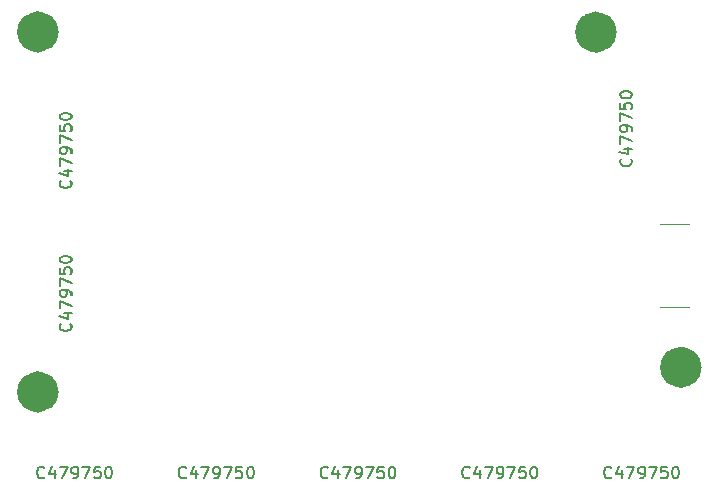
<source format=gbr>
%TF.GenerationSoftware,KiCad,Pcbnew,8.0.5*%
%TF.CreationDate,2024-10-29T12:08:31+01:00*%
%TF.ProjectId,mcu_holder,6d63755f-686f-46c6-9465-722e6b696361,rev?*%
%TF.SameCoordinates,Original*%
%TF.FileFunction,Other,Comment*%
%FSLAX46Y46*%
G04 Gerber Fmt 4.6, Leading zero omitted, Abs format (unit mm)*
G04 Created by KiCad (PCBNEW 8.0.5) date 2024-10-29 12:08:31*
%MOMM*%
%LPD*%
G01*
G04 APERTURE LIST*
%ADD10C,0.150000*%
%ADD11C,1.750000*%
%ADD12C,0.120000*%
G04 APERTURE END LIST*
D10*
X131052380Y-75807580D02*
X131004761Y-75855200D01*
X131004761Y-75855200D02*
X130861904Y-75902819D01*
X130861904Y-75902819D02*
X130766666Y-75902819D01*
X130766666Y-75902819D02*
X130623809Y-75855200D01*
X130623809Y-75855200D02*
X130528571Y-75759961D01*
X130528571Y-75759961D02*
X130480952Y-75664723D01*
X130480952Y-75664723D02*
X130433333Y-75474247D01*
X130433333Y-75474247D02*
X130433333Y-75331390D01*
X130433333Y-75331390D02*
X130480952Y-75140914D01*
X130480952Y-75140914D02*
X130528571Y-75045676D01*
X130528571Y-75045676D02*
X130623809Y-74950438D01*
X130623809Y-74950438D02*
X130766666Y-74902819D01*
X130766666Y-74902819D02*
X130861904Y-74902819D01*
X130861904Y-74902819D02*
X131004761Y-74950438D01*
X131004761Y-74950438D02*
X131052380Y-74998057D01*
X131909523Y-75236152D02*
X131909523Y-75902819D01*
X131671428Y-74855200D02*
X131433333Y-75569485D01*
X131433333Y-75569485D02*
X132052380Y-75569485D01*
X132338095Y-74902819D02*
X133004761Y-74902819D01*
X133004761Y-74902819D02*
X132576190Y-75902819D01*
X133433333Y-75902819D02*
X133623809Y-75902819D01*
X133623809Y-75902819D02*
X133719047Y-75855200D01*
X133719047Y-75855200D02*
X133766666Y-75807580D01*
X133766666Y-75807580D02*
X133861904Y-75664723D01*
X133861904Y-75664723D02*
X133909523Y-75474247D01*
X133909523Y-75474247D02*
X133909523Y-75093295D01*
X133909523Y-75093295D02*
X133861904Y-74998057D01*
X133861904Y-74998057D02*
X133814285Y-74950438D01*
X133814285Y-74950438D02*
X133719047Y-74902819D01*
X133719047Y-74902819D02*
X133528571Y-74902819D01*
X133528571Y-74902819D02*
X133433333Y-74950438D01*
X133433333Y-74950438D02*
X133385714Y-74998057D01*
X133385714Y-74998057D02*
X133338095Y-75093295D01*
X133338095Y-75093295D02*
X133338095Y-75331390D01*
X133338095Y-75331390D02*
X133385714Y-75426628D01*
X133385714Y-75426628D02*
X133433333Y-75474247D01*
X133433333Y-75474247D02*
X133528571Y-75521866D01*
X133528571Y-75521866D02*
X133719047Y-75521866D01*
X133719047Y-75521866D02*
X133814285Y-75474247D01*
X133814285Y-75474247D02*
X133861904Y-75426628D01*
X133861904Y-75426628D02*
X133909523Y-75331390D01*
X134242857Y-74902819D02*
X134909523Y-74902819D01*
X134909523Y-74902819D02*
X134480952Y-75902819D01*
X135766666Y-74902819D02*
X135290476Y-74902819D01*
X135290476Y-74902819D02*
X135242857Y-75379009D01*
X135242857Y-75379009D02*
X135290476Y-75331390D01*
X135290476Y-75331390D02*
X135385714Y-75283771D01*
X135385714Y-75283771D02*
X135623809Y-75283771D01*
X135623809Y-75283771D02*
X135719047Y-75331390D01*
X135719047Y-75331390D02*
X135766666Y-75379009D01*
X135766666Y-75379009D02*
X135814285Y-75474247D01*
X135814285Y-75474247D02*
X135814285Y-75712342D01*
X135814285Y-75712342D02*
X135766666Y-75807580D01*
X135766666Y-75807580D02*
X135719047Y-75855200D01*
X135719047Y-75855200D02*
X135623809Y-75902819D01*
X135623809Y-75902819D02*
X135385714Y-75902819D01*
X135385714Y-75902819D02*
X135290476Y-75855200D01*
X135290476Y-75855200D02*
X135242857Y-75807580D01*
X136433333Y-74902819D02*
X136528571Y-74902819D01*
X136528571Y-74902819D02*
X136623809Y-74950438D01*
X136623809Y-74950438D02*
X136671428Y-74998057D01*
X136671428Y-74998057D02*
X136719047Y-75093295D01*
X136719047Y-75093295D02*
X136766666Y-75283771D01*
X136766666Y-75283771D02*
X136766666Y-75521866D01*
X136766666Y-75521866D02*
X136719047Y-75712342D01*
X136719047Y-75712342D02*
X136671428Y-75807580D01*
X136671428Y-75807580D02*
X136623809Y-75855200D01*
X136623809Y-75855200D02*
X136528571Y-75902819D01*
X136528571Y-75902819D02*
X136433333Y-75902819D01*
X136433333Y-75902819D02*
X136338095Y-75855200D01*
X136338095Y-75855200D02*
X136290476Y-75807580D01*
X136290476Y-75807580D02*
X136242857Y-75712342D01*
X136242857Y-75712342D02*
X136195238Y-75521866D01*
X136195238Y-75521866D02*
X136195238Y-75283771D01*
X136195238Y-75283771D02*
X136242857Y-75093295D01*
X136242857Y-75093295D02*
X136290476Y-74998057D01*
X136290476Y-74998057D02*
X136338095Y-74950438D01*
X136338095Y-74950438D02*
X136433333Y-74902819D01*
X131052380Y-75803580D02*
X131004761Y-75851200D01*
X131004761Y-75851200D02*
X130861904Y-75898819D01*
X130861904Y-75898819D02*
X130766666Y-75898819D01*
X130766666Y-75898819D02*
X130623809Y-75851200D01*
X130623809Y-75851200D02*
X130528571Y-75755961D01*
X130528571Y-75755961D02*
X130480952Y-75660723D01*
X130480952Y-75660723D02*
X130433333Y-75470247D01*
X130433333Y-75470247D02*
X130433333Y-75327390D01*
X130433333Y-75327390D02*
X130480952Y-75136914D01*
X130480952Y-75136914D02*
X130528571Y-75041676D01*
X130528571Y-75041676D02*
X130623809Y-74946438D01*
X130623809Y-74946438D02*
X130766666Y-74898819D01*
X130766666Y-74898819D02*
X130861904Y-74898819D01*
X130861904Y-74898819D02*
X131004761Y-74946438D01*
X131004761Y-74946438D02*
X131052380Y-74994057D01*
X131909523Y-75232152D02*
X131909523Y-75898819D01*
X131671428Y-74851200D02*
X131433333Y-75565485D01*
X131433333Y-75565485D02*
X132052380Y-75565485D01*
X132338095Y-74898819D02*
X133004761Y-74898819D01*
X133004761Y-74898819D02*
X132576190Y-75898819D01*
X133433333Y-75898819D02*
X133623809Y-75898819D01*
X133623809Y-75898819D02*
X133719047Y-75851200D01*
X133719047Y-75851200D02*
X133766666Y-75803580D01*
X133766666Y-75803580D02*
X133861904Y-75660723D01*
X133861904Y-75660723D02*
X133909523Y-75470247D01*
X133909523Y-75470247D02*
X133909523Y-75089295D01*
X133909523Y-75089295D02*
X133861904Y-74994057D01*
X133861904Y-74994057D02*
X133814285Y-74946438D01*
X133814285Y-74946438D02*
X133719047Y-74898819D01*
X133719047Y-74898819D02*
X133528571Y-74898819D01*
X133528571Y-74898819D02*
X133433333Y-74946438D01*
X133433333Y-74946438D02*
X133385714Y-74994057D01*
X133385714Y-74994057D02*
X133338095Y-75089295D01*
X133338095Y-75089295D02*
X133338095Y-75327390D01*
X133338095Y-75327390D02*
X133385714Y-75422628D01*
X133385714Y-75422628D02*
X133433333Y-75470247D01*
X133433333Y-75470247D02*
X133528571Y-75517866D01*
X133528571Y-75517866D02*
X133719047Y-75517866D01*
X133719047Y-75517866D02*
X133814285Y-75470247D01*
X133814285Y-75470247D02*
X133861904Y-75422628D01*
X133861904Y-75422628D02*
X133909523Y-75327390D01*
X134242857Y-74898819D02*
X134909523Y-74898819D01*
X134909523Y-74898819D02*
X134480952Y-75898819D01*
X135766666Y-74898819D02*
X135290476Y-74898819D01*
X135290476Y-74898819D02*
X135242857Y-75375009D01*
X135242857Y-75375009D02*
X135290476Y-75327390D01*
X135290476Y-75327390D02*
X135385714Y-75279771D01*
X135385714Y-75279771D02*
X135623809Y-75279771D01*
X135623809Y-75279771D02*
X135719047Y-75327390D01*
X135719047Y-75327390D02*
X135766666Y-75375009D01*
X135766666Y-75375009D02*
X135814285Y-75470247D01*
X135814285Y-75470247D02*
X135814285Y-75708342D01*
X135814285Y-75708342D02*
X135766666Y-75803580D01*
X135766666Y-75803580D02*
X135719047Y-75851200D01*
X135719047Y-75851200D02*
X135623809Y-75898819D01*
X135623809Y-75898819D02*
X135385714Y-75898819D01*
X135385714Y-75898819D02*
X135290476Y-75851200D01*
X135290476Y-75851200D02*
X135242857Y-75803580D01*
X136433333Y-74898819D02*
X136528571Y-74898819D01*
X136528571Y-74898819D02*
X136623809Y-74946438D01*
X136623809Y-74946438D02*
X136671428Y-74994057D01*
X136671428Y-74994057D02*
X136719047Y-75089295D01*
X136719047Y-75089295D02*
X136766666Y-75279771D01*
X136766666Y-75279771D02*
X136766666Y-75517866D01*
X136766666Y-75517866D02*
X136719047Y-75708342D01*
X136719047Y-75708342D02*
X136671428Y-75803580D01*
X136671428Y-75803580D02*
X136623809Y-75851200D01*
X136623809Y-75851200D02*
X136528571Y-75898819D01*
X136528571Y-75898819D02*
X136433333Y-75898819D01*
X136433333Y-75898819D02*
X136338095Y-75851200D01*
X136338095Y-75851200D02*
X136290476Y-75803580D01*
X136290476Y-75803580D02*
X136242857Y-75708342D01*
X136242857Y-75708342D02*
X136195238Y-75517866D01*
X136195238Y-75517866D02*
X136195238Y-75279771D01*
X136195238Y-75279771D02*
X136242857Y-75089295D01*
X136242857Y-75089295D02*
X136290476Y-74994057D01*
X136290476Y-74994057D02*
X136338095Y-74946438D01*
X136338095Y-74946438D02*
X136433333Y-74898819D01*
X143052380Y-75803580D02*
X143004761Y-75851200D01*
X143004761Y-75851200D02*
X142861904Y-75898819D01*
X142861904Y-75898819D02*
X142766666Y-75898819D01*
X142766666Y-75898819D02*
X142623809Y-75851200D01*
X142623809Y-75851200D02*
X142528571Y-75755961D01*
X142528571Y-75755961D02*
X142480952Y-75660723D01*
X142480952Y-75660723D02*
X142433333Y-75470247D01*
X142433333Y-75470247D02*
X142433333Y-75327390D01*
X142433333Y-75327390D02*
X142480952Y-75136914D01*
X142480952Y-75136914D02*
X142528571Y-75041676D01*
X142528571Y-75041676D02*
X142623809Y-74946438D01*
X142623809Y-74946438D02*
X142766666Y-74898819D01*
X142766666Y-74898819D02*
X142861904Y-74898819D01*
X142861904Y-74898819D02*
X143004761Y-74946438D01*
X143004761Y-74946438D02*
X143052380Y-74994057D01*
X143909523Y-75232152D02*
X143909523Y-75898819D01*
X143671428Y-74851200D02*
X143433333Y-75565485D01*
X143433333Y-75565485D02*
X144052380Y-75565485D01*
X144338095Y-74898819D02*
X145004761Y-74898819D01*
X145004761Y-74898819D02*
X144576190Y-75898819D01*
X145433333Y-75898819D02*
X145623809Y-75898819D01*
X145623809Y-75898819D02*
X145719047Y-75851200D01*
X145719047Y-75851200D02*
X145766666Y-75803580D01*
X145766666Y-75803580D02*
X145861904Y-75660723D01*
X145861904Y-75660723D02*
X145909523Y-75470247D01*
X145909523Y-75470247D02*
X145909523Y-75089295D01*
X145909523Y-75089295D02*
X145861904Y-74994057D01*
X145861904Y-74994057D02*
X145814285Y-74946438D01*
X145814285Y-74946438D02*
X145719047Y-74898819D01*
X145719047Y-74898819D02*
X145528571Y-74898819D01*
X145528571Y-74898819D02*
X145433333Y-74946438D01*
X145433333Y-74946438D02*
X145385714Y-74994057D01*
X145385714Y-74994057D02*
X145338095Y-75089295D01*
X145338095Y-75089295D02*
X145338095Y-75327390D01*
X145338095Y-75327390D02*
X145385714Y-75422628D01*
X145385714Y-75422628D02*
X145433333Y-75470247D01*
X145433333Y-75470247D02*
X145528571Y-75517866D01*
X145528571Y-75517866D02*
X145719047Y-75517866D01*
X145719047Y-75517866D02*
X145814285Y-75470247D01*
X145814285Y-75470247D02*
X145861904Y-75422628D01*
X145861904Y-75422628D02*
X145909523Y-75327390D01*
X146242857Y-74898819D02*
X146909523Y-74898819D01*
X146909523Y-74898819D02*
X146480952Y-75898819D01*
X147766666Y-74898819D02*
X147290476Y-74898819D01*
X147290476Y-74898819D02*
X147242857Y-75375009D01*
X147242857Y-75375009D02*
X147290476Y-75327390D01*
X147290476Y-75327390D02*
X147385714Y-75279771D01*
X147385714Y-75279771D02*
X147623809Y-75279771D01*
X147623809Y-75279771D02*
X147719047Y-75327390D01*
X147719047Y-75327390D02*
X147766666Y-75375009D01*
X147766666Y-75375009D02*
X147814285Y-75470247D01*
X147814285Y-75470247D02*
X147814285Y-75708342D01*
X147814285Y-75708342D02*
X147766666Y-75803580D01*
X147766666Y-75803580D02*
X147719047Y-75851200D01*
X147719047Y-75851200D02*
X147623809Y-75898819D01*
X147623809Y-75898819D02*
X147385714Y-75898819D01*
X147385714Y-75898819D02*
X147290476Y-75851200D01*
X147290476Y-75851200D02*
X147242857Y-75803580D01*
X148433333Y-74898819D02*
X148528571Y-74898819D01*
X148528571Y-74898819D02*
X148623809Y-74946438D01*
X148623809Y-74946438D02*
X148671428Y-74994057D01*
X148671428Y-74994057D02*
X148719047Y-75089295D01*
X148719047Y-75089295D02*
X148766666Y-75279771D01*
X148766666Y-75279771D02*
X148766666Y-75517866D01*
X148766666Y-75517866D02*
X148719047Y-75708342D01*
X148719047Y-75708342D02*
X148671428Y-75803580D01*
X148671428Y-75803580D02*
X148623809Y-75851200D01*
X148623809Y-75851200D02*
X148528571Y-75898819D01*
X148528571Y-75898819D02*
X148433333Y-75898819D01*
X148433333Y-75898819D02*
X148338095Y-75851200D01*
X148338095Y-75851200D02*
X148290476Y-75803580D01*
X148290476Y-75803580D02*
X148242857Y-75708342D01*
X148242857Y-75708342D02*
X148195238Y-75517866D01*
X148195238Y-75517866D02*
X148195238Y-75279771D01*
X148195238Y-75279771D02*
X148242857Y-75089295D01*
X148242857Y-75089295D02*
X148290476Y-74994057D01*
X148290476Y-74994057D02*
X148338095Y-74946438D01*
X148338095Y-74946438D02*
X148433333Y-74898819D01*
X143052380Y-75807580D02*
X143004761Y-75855200D01*
X143004761Y-75855200D02*
X142861904Y-75902819D01*
X142861904Y-75902819D02*
X142766666Y-75902819D01*
X142766666Y-75902819D02*
X142623809Y-75855200D01*
X142623809Y-75855200D02*
X142528571Y-75759961D01*
X142528571Y-75759961D02*
X142480952Y-75664723D01*
X142480952Y-75664723D02*
X142433333Y-75474247D01*
X142433333Y-75474247D02*
X142433333Y-75331390D01*
X142433333Y-75331390D02*
X142480952Y-75140914D01*
X142480952Y-75140914D02*
X142528571Y-75045676D01*
X142528571Y-75045676D02*
X142623809Y-74950438D01*
X142623809Y-74950438D02*
X142766666Y-74902819D01*
X142766666Y-74902819D02*
X142861904Y-74902819D01*
X142861904Y-74902819D02*
X143004761Y-74950438D01*
X143004761Y-74950438D02*
X143052380Y-74998057D01*
X143909523Y-75236152D02*
X143909523Y-75902819D01*
X143671428Y-74855200D02*
X143433333Y-75569485D01*
X143433333Y-75569485D02*
X144052380Y-75569485D01*
X144338095Y-74902819D02*
X145004761Y-74902819D01*
X145004761Y-74902819D02*
X144576190Y-75902819D01*
X145433333Y-75902819D02*
X145623809Y-75902819D01*
X145623809Y-75902819D02*
X145719047Y-75855200D01*
X145719047Y-75855200D02*
X145766666Y-75807580D01*
X145766666Y-75807580D02*
X145861904Y-75664723D01*
X145861904Y-75664723D02*
X145909523Y-75474247D01*
X145909523Y-75474247D02*
X145909523Y-75093295D01*
X145909523Y-75093295D02*
X145861904Y-74998057D01*
X145861904Y-74998057D02*
X145814285Y-74950438D01*
X145814285Y-74950438D02*
X145719047Y-74902819D01*
X145719047Y-74902819D02*
X145528571Y-74902819D01*
X145528571Y-74902819D02*
X145433333Y-74950438D01*
X145433333Y-74950438D02*
X145385714Y-74998057D01*
X145385714Y-74998057D02*
X145338095Y-75093295D01*
X145338095Y-75093295D02*
X145338095Y-75331390D01*
X145338095Y-75331390D02*
X145385714Y-75426628D01*
X145385714Y-75426628D02*
X145433333Y-75474247D01*
X145433333Y-75474247D02*
X145528571Y-75521866D01*
X145528571Y-75521866D02*
X145719047Y-75521866D01*
X145719047Y-75521866D02*
X145814285Y-75474247D01*
X145814285Y-75474247D02*
X145861904Y-75426628D01*
X145861904Y-75426628D02*
X145909523Y-75331390D01*
X146242857Y-74902819D02*
X146909523Y-74902819D01*
X146909523Y-74902819D02*
X146480952Y-75902819D01*
X147766666Y-74902819D02*
X147290476Y-74902819D01*
X147290476Y-74902819D02*
X147242857Y-75379009D01*
X147242857Y-75379009D02*
X147290476Y-75331390D01*
X147290476Y-75331390D02*
X147385714Y-75283771D01*
X147385714Y-75283771D02*
X147623809Y-75283771D01*
X147623809Y-75283771D02*
X147719047Y-75331390D01*
X147719047Y-75331390D02*
X147766666Y-75379009D01*
X147766666Y-75379009D02*
X147814285Y-75474247D01*
X147814285Y-75474247D02*
X147814285Y-75712342D01*
X147814285Y-75712342D02*
X147766666Y-75807580D01*
X147766666Y-75807580D02*
X147719047Y-75855200D01*
X147719047Y-75855200D02*
X147623809Y-75902819D01*
X147623809Y-75902819D02*
X147385714Y-75902819D01*
X147385714Y-75902819D02*
X147290476Y-75855200D01*
X147290476Y-75855200D02*
X147242857Y-75807580D01*
X148433333Y-74902819D02*
X148528571Y-74902819D01*
X148528571Y-74902819D02*
X148623809Y-74950438D01*
X148623809Y-74950438D02*
X148671428Y-74998057D01*
X148671428Y-74998057D02*
X148719047Y-75093295D01*
X148719047Y-75093295D02*
X148766666Y-75283771D01*
X148766666Y-75283771D02*
X148766666Y-75521866D01*
X148766666Y-75521866D02*
X148719047Y-75712342D01*
X148719047Y-75712342D02*
X148671428Y-75807580D01*
X148671428Y-75807580D02*
X148623809Y-75855200D01*
X148623809Y-75855200D02*
X148528571Y-75902819D01*
X148528571Y-75902819D02*
X148433333Y-75902819D01*
X148433333Y-75902819D02*
X148338095Y-75855200D01*
X148338095Y-75855200D02*
X148290476Y-75807580D01*
X148290476Y-75807580D02*
X148242857Y-75712342D01*
X148242857Y-75712342D02*
X148195238Y-75521866D01*
X148195238Y-75521866D02*
X148195238Y-75283771D01*
X148195238Y-75283771D02*
X148242857Y-75093295D01*
X148242857Y-75093295D02*
X148290476Y-74998057D01*
X148290476Y-74998057D02*
X148338095Y-74950438D01*
X148338095Y-74950438D02*
X148433333Y-74902819D01*
X97246580Y-62797619D02*
X97294200Y-62845238D01*
X97294200Y-62845238D02*
X97341819Y-62988095D01*
X97341819Y-62988095D02*
X97341819Y-63083333D01*
X97341819Y-63083333D02*
X97294200Y-63226190D01*
X97294200Y-63226190D02*
X97198961Y-63321428D01*
X97198961Y-63321428D02*
X97103723Y-63369047D01*
X97103723Y-63369047D02*
X96913247Y-63416666D01*
X96913247Y-63416666D02*
X96770390Y-63416666D01*
X96770390Y-63416666D02*
X96579914Y-63369047D01*
X96579914Y-63369047D02*
X96484676Y-63321428D01*
X96484676Y-63321428D02*
X96389438Y-63226190D01*
X96389438Y-63226190D02*
X96341819Y-63083333D01*
X96341819Y-63083333D02*
X96341819Y-62988095D01*
X96341819Y-62988095D02*
X96389438Y-62845238D01*
X96389438Y-62845238D02*
X96437057Y-62797619D01*
X96675152Y-61940476D02*
X97341819Y-61940476D01*
X96294200Y-62178571D02*
X97008485Y-62416666D01*
X97008485Y-62416666D02*
X97008485Y-61797619D01*
X96341819Y-61511904D02*
X96341819Y-60845238D01*
X96341819Y-60845238D02*
X97341819Y-61273809D01*
X97341819Y-60416666D02*
X97341819Y-60226190D01*
X97341819Y-60226190D02*
X97294200Y-60130952D01*
X97294200Y-60130952D02*
X97246580Y-60083333D01*
X97246580Y-60083333D02*
X97103723Y-59988095D01*
X97103723Y-59988095D02*
X96913247Y-59940476D01*
X96913247Y-59940476D02*
X96532295Y-59940476D01*
X96532295Y-59940476D02*
X96437057Y-59988095D01*
X96437057Y-59988095D02*
X96389438Y-60035714D01*
X96389438Y-60035714D02*
X96341819Y-60130952D01*
X96341819Y-60130952D02*
X96341819Y-60321428D01*
X96341819Y-60321428D02*
X96389438Y-60416666D01*
X96389438Y-60416666D02*
X96437057Y-60464285D01*
X96437057Y-60464285D02*
X96532295Y-60511904D01*
X96532295Y-60511904D02*
X96770390Y-60511904D01*
X96770390Y-60511904D02*
X96865628Y-60464285D01*
X96865628Y-60464285D02*
X96913247Y-60416666D01*
X96913247Y-60416666D02*
X96960866Y-60321428D01*
X96960866Y-60321428D02*
X96960866Y-60130952D01*
X96960866Y-60130952D02*
X96913247Y-60035714D01*
X96913247Y-60035714D02*
X96865628Y-59988095D01*
X96865628Y-59988095D02*
X96770390Y-59940476D01*
X96341819Y-59607142D02*
X96341819Y-58940476D01*
X96341819Y-58940476D02*
X97341819Y-59369047D01*
X96341819Y-58083333D02*
X96341819Y-58559523D01*
X96341819Y-58559523D02*
X96818009Y-58607142D01*
X96818009Y-58607142D02*
X96770390Y-58559523D01*
X96770390Y-58559523D02*
X96722771Y-58464285D01*
X96722771Y-58464285D02*
X96722771Y-58226190D01*
X96722771Y-58226190D02*
X96770390Y-58130952D01*
X96770390Y-58130952D02*
X96818009Y-58083333D01*
X96818009Y-58083333D02*
X96913247Y-58035714D01*
X96913247Y-58035714D02*
X97151342Y-58035714D01*
X97151342Y-58035714D02*
X97246580Y-58083333D01*
X97246580Y-58083333D02*
X97294200Y-58130952D01*
X97294200Y-58130952D02*
X97341819Y-58226190D01*
X97341819Y-58226190D02*
X97341819Y-58464285D01*
X97341819Y-58464285D02*
X97294200Y-58559523D01*
X97294200Y-58559523D02*
X97246580Y-58607142D01*
X96341819Y-57416666D02*
X96341819Y-57321428D01*
X96341819Y-57321428D02*
X96389438Y-57226190D01*
X96389438Y-57226190D02*
X96437057Y-57178571D01*
X96437057Y-57178571D02*
X96532295Y-57130952D01*
X96532295Y-57130952D02*
X96722771Y-57083333D01*
X96722771Y-57083333D02*
X96960866Y-57083333D01*
X96960866Y-57083333D02*
X97151342Y-57130952D01*
X97151342Y-57130952D02*
X97246580Y-57178571D01*
X97246580Y-57178571D02*
X97294200Y-57226190D01*
X97294200Y-57226190D02*
X97341819Y-57321428D01*
X97341819Y-57321428D02*
X97341819Y-57416666D01*
X97341819Y-57416666D02*
X97294200Y-57511904D01*
X97294200Y-57511904D02*
X97246580Y-57559523D01*
X97246580Y-57559523D02*
X97151342Y-57607142D01*
X97151342Y-57607142D02*
X96960866Y-57654761D01*
X96960866Y-57654761D02*
X96722771Y-57654761D01*
X96722771Y-57654761D02*
X96532295Y-57607142D01*
X96532295Y-57607142D02*
X96437057Y-57559523D01*
X96437057Y-57559523D02*
X96389438Y-57511904D01*
X96389438Y-57511904D02*
X96341819Y-57416666D01*
X97242580Y-62797619D02*
X97290200Y-62845238D01*
X97290200Y-62845238D02*
X97337819Y-62988095D01*
X97337819Y-62988095D02*
X97337819Y-63083333D01*
X97337819Y-63083333D02*
X97290200Y-63226190D01*
X97290200Y-63226190D02*
X97194961Y-63321428D01*
X97194961Y-63321428D02*
X97099723Y-63369047D01*
X97099723Y-63369047D02*
X96909247Y-63416666D01*
X96909247Y-63416666D02*
X96766390Y-63416666D01*
X96766390Y-63416666D02*
X96575914Y-63369047D01*
X96575914Y-63369047D02*
X96480676Y-63321428D01*
X96480676Y-63321428D02*
X96385438Y-63226190D01*
X96385438Y-63226190D02*
X96337819Y-63083333D01*
X96337819Y-63083333D02*
X96337819Y-62988095D01*
X96337819Y-62988095D02*
X96385438Y-62845238D01*
X96385438Y-62845238D02*
X96433057Y-62797619D01*
X96671152Y-61940476D02*
X97337819Y-61940476D01*
X96290200Y-62178571D02*
X97004485Y-62416666D01*
X97004485Y-62416666D02*
X97004485Y-61797619D01*
X96337819Y-61511904D02*
X96337819Y-60845238D01*
X96337819Y-60845238D02*
X97337819Y-61273809D01*
X97337819Y-60416666D02*
X97337819Y-60226190D01*
X97337819Y-60226190D02*
X97290200Y-60130952D01*
X97290200Y-60130952D02*
X97242580Y-60083333D01*
X97242580Y-60083333D02*
X97099723Y-59988095D01*
X97099723Y-59988095D02*
X96909247Y-59940476D01*
X96909247Y-59940476D02*
X96528295Y-59940476D01*
X96528295Y-59940476D02*
X96433057Y-59988095D01*
X96433057Y-59988095D02*
X96385438Y-60035714D01*
X96385438Y-60035714D02*
X96337819Y-60130952D01*
X96337819Y-60130952D02*
X96337819Y-60321428D01*
X96337819Y-60321428D02*
X96385438Y-60416666D01*
X96385438Y-60416666D02*
X96433057Y-60464285D01*
X96433057Y-60464285D02*
X96528295Y-60511904D01*
X96528295Y-60511904D02*
X96766390Y-60511904D01*
X96766390Y-60511904D02*
X96861628Y-60464285D01*
X96861628Y-60464285D02*
X96909247Y-60416666D01*
X96909247Y-60416666D02*
X96956866Y-60321428D01*
X96956866Y-60321428D02*
X96956866Y-60130952D01*
X96956866Y-60130952D02*
X96909247Y-60035714D01*
X96909247Y-60035714D02*
X96861628Y-59988095D01*
X96861628Y-59988095D02*
X96766390Y-59940476D01*
X96337819Y-59607142D02*
X96337819Y-58940476D01*
X96337819Y-58940476D02*
X97337819Y-59369047D01*
X96337819Y-58083333D02*
X96337819Y-58559523D01*
X96337819Y-58559523D02*
X96814009Y-58607142D01*
X96814009Y-58607142D02*
X96766390Y-58559523D01*
X96766390Y-58559523D02*
X96718771Y-58464285D01*
X96718771Y-58464285D02*
X96718771Y-58226190D01*
X96718771Y-58226190D02*
X96766390Y-58130952D01*
X96766390Y-58130952D02*
X96814009Y-58083333D01*
X96814009Y-58083333D02*
X96909247Y-58035714D01*
X96909247Y-58035714D02*
X97147342Y-58035714D01*
X97147342Y-58035714D02*
X97242580Y-58083333D01*
X97242580Y-58083333D02*
X97290200Y-58130952D01*
X97290200Y-58130952D02*
X97337819Y-58226190D01*
X97337819Y-58226190D02*
X97337819Y-58464285D01*
X97337819Y-58464285D02*
X97290200Y-58559523D01*
X97290200Y-58559523D02*
X97242580Y-58607142D01*
X96337819Y-57416666D02*
X96337819Y-57321428D01*
X96337819Y-57321428D02*
X96385438Y-57226190D01*
X96385438Y-57226190D02*
X96433057Y-57178571D01*
X96433057Y-57178571D02*
X96528295Y-57130952D01*
X96528295Y-57130952D02*
X96718771Y-57083333D01*
X96718771Y-57083333D02*
X96956866Y-57083333D01*
X96956866Y-57083333D02*
X97147342Y-57130952D01*
X97147342Y-57130952D02*
X97242580Y-57178571D01*
X97242580Y-57178571D02*
X97290200Y-57226190D01*
X97290200Y-57226190D02*
X97337819Y-57321428D01*
X97337819Y-57321428D02*
X97337819Y-57416666D01*
X97337819Y-57416666D02*
X97290200Y-57511904D01*
X97290200Y-57511904D02*
X97242580Y-57559523D01*
X97242580Y-57559523D02*
X97147342Y-57607142D01*
X97147342Y-57607142D02*
X96956866Y-57654761D01*
X96956866Y-57654761D02*
X96718771Y-57654761D01*
X96718771Y-57654761D02*
X96528295Y-57607142D01*
X96528295Y-57607142D02*
X96433057Y-57559523D01*
X96433057Y-57559523D02*
X96385438Y-57511904D01*
X96385438Y-57511904D02*
X96337819Y-57416666D01*
X107052380Y-75803580D02*
X107004761Y-75851200D01*
X107004761Y-75851200D02*
X106861904Y-75898819D01*
X106861904Y-75898819D02*
X106766666Y-75898819D01*
X106766666Y-75898819D02*
X106623809Y-75851200D01*
X106623809Y-75851200D02*
X106528571Y-75755961D01*
X106528571Y-75755961D02*
X106480952Y-75660723D01*
X106480952Y-75660723D02*
X106433333Y-75470247D01*
X106433333Y-75470247D02*
X106433333Y-75327390D01*
X106433333Y-75327390D02*
X106480952Y-75136914D01*
X106480952Y-75136914D02*
X106528571Y-75041676D01*
X106528571Y-75041676D02*
X106623809Y-74946438D01*
X106623809Y-74946438D02*
X106766666Y-74898819D01*
X106766666Y-74898819D02*
X106861904Y-74898819D01*
X106861904Y-74898819D02*
X107004761Y-74946438D01*
X107004761Y-74946438D02*
X107052380Y-74994057D01*
X107909523Y-75232152D02*
X107909523Y-75898819D01*
X107671428Y-74851200D02*
X107433333Y-75565485D01*
X107433333Y-75565485D02*
X108052380Y-75565485D01*
X108338095Y-74898819D02*
X109004761Y-74898819D01*
X109004761Y-74898819D02*
X108576190Y-75898819D01*
X109433333Y-75898819D02*
X109623809Y-75898819D01*
X109623809Y-75898819D02*
X109719047Y-75851200D01*
X109719047Y-75851200D02*
X109766666Y-75803580D01*
X109766666Y-75803580D02*
X109861904Y-75660723D01*
X109861904Y-75660723D02*
X109909523Y-75470247D01*
X109909523Y-75470247D02*
X109909523Y-75089295D01*
X109909523Y-75089295D02*
X109861904Y-74994057D01*
X109861904Y-74994057D02*
X109814285Y-74946438D01*
X109814285Y-74946438D02*
X109719047Y-74898819D01*
X109719047Y-74898819D02*
X109528571Y-74898819D01*
X109528571Y-74898819D02*
X109433333Y-74946438D01*
X109433333Y-74946438D02*
X109385714Y-74994057D01*
X109385714Y-74994057D02*
X109338095Y-75089295D01*
X109338095Y-75089295D02*
X109338095Y-75327390D01*
X109338095Y-75327390D02*
X109385714Y-75422628D01*
X109385714Y-75422628D02*
X109433333Y-75470247D01*
X109433333Y-75470247D02*
X109528571Y-75517866D01*
X109528571Y-75517866D02*
X109719047Y-75517866D01*
X109719047Y-75517866D02*
X109814285Y-75470247D01*
X109814285Y-75470247D02*
X109861904Y-75422628D01*
X109861904Y-75422628D02*
X109909523Y-75327390D01*
X110242857Y-74898819D02*
X110909523Y-74898819D01*
X110909523Y-74898819D02*
X110480952Y-75898819D01*
X111766666Y-74898819D02*
X111290476Y-74898819D01*
X111290476Y-74898819D02*
X111242857Y-75375009D01*
X111242857Y-75375009D02*
X111290476Y-75327390D01*
X111290476Y-75327390D02*
X111385714Y-75279771D01*
X111385714Y-75279771D02*
X111623809Y-75279771D01*
X111623809Y-75279771D02*
X111719047Y-75327390D01*
X111719047Y-75327390D02*
X111766666Y-75375009D01*
X111766666Y-75375009D02*
X111814285Y-75470247D01*
X111814285Y-75470247D02*
X111814285Y-75708342D01*
X111814285Y-75708342D02*
X111766666Y-75803580D01*
X111766666Y-75803580D02*
X111719047Y-75851200D01*
X111719047Y-75851200D02*
X111623809Y-75898819D01*
X111623809Y-75898819D02*
X111385714Y-75898819D01*
X111385714Y-75898819D02*
X111290476Y-75851200D01*
X111290476Y-75851200D02*
X111242857Y-75803580D01*
X112433333Y-74898819D02*
X112528571Y-74898819D01*
X112528571Y-74898819D02*
X112623809Y-74946438D01*
X112623809Y-74946438D02*
X112671428Y-74994057D01*
X112671428Y-74994057D02*
X112719047Y-75089295D01*
X112719047Y-75089295D02*
X112766666Y-75279771D01*
X112766666Y-75279771D02*
X112766666Y-75517866D01*
X112766666Y-75517866D02*
X112719047Y-75708342D01*
X112719047Y-75708342D02*
X112671428Y-75803580D01*
X112671428Y-75803580D02*
X112623809Y-75851200D01*
X112623809Y-75851200D02*
X112528571Y-75898819D01*
X112528571Y-75898819D02*
X112433333Y-75898819D01*
X112433333Y-75898819D02*
X112338095Y-75851200D01*
X112338095Y-75851200D02*
X112290476Y-75803580D01*
X112290476Y-75803580D02*
X112242857Y-75708342D01*
X112242857Y-75708342D02*
X112195238Y-75517866D01*
X112195238Y-75517866D02*
X112195238Y-75279771D01*
X112195238Y-75279771D02*
X112242857Y-75089295D01*
X112242857Y-75089295D02*
X112290476Y-74994057D01*
X112290476Y-74994057D02*
X112338095Y-74946438D01*
X112338095Y-74946438D02*
X112433333Y-74898819D01*
X107052380Y-75807580D02*
X107004761Y-75855200D01*
X107004761Y-75855200D02*
X106861904Y-75902819D01*
X106861904Y-75902819D02*
X106766666Y-75902819D01*
X106766666Y-75902819D02*
X106623809Y-75855200D01*
X106623809Y-75855200D02*
X106528571Y-75759961D01*
X106528571Y-75759961D02*
X106480952Y-75664723D01*
X106480952Y-75664723D02*
X106433333Y-75474247D01*
X106433333Y-75474247D02*
X106433333Y-75331390D01*
X106433333Y-75331390D02*
X106480952Y-75140914D01*
X106480952Y-75140914D02*
X106528571Y-75045676D01*
X106528571Y-75045676D02*
X106623809Y-74950438D01*
X106623809Y-74950438D02*
X106766666Y-74902819D01*
X106766666Y-74902819D02*
X106861904Y-74902819D01*
X106861904Y-74902819D02*
X107004761Y-74950438D01*
X107004761Y-74950438D02*
X107052380Y-74998057D01*
X107909523Y-75236152D02*
X107909523Y-75902819D01*
X107671428Y-74855200D02*
X107433333Y-75569485D01*
X107433333Y-75569485D02*
X108052380Y-75569485D01*
X108338095Y-74902819D02*
X109004761Y-74902819D01*
X109004761Y-74902819D02*
X108576190Y-75902819D01*
X109433333Y-75902819D02*
X109623809Y-75902819D01*
X109623809Y-75902819D02*
X109719047Y-75855200D01*
X109719047Y-75855200D02*
X109766666Y-75807580D01*
X109766666Y-75807580D02*
X109861904Y-75664723D01*
X109861904Y-75664723D02*
X109909523Y-75474247D01*
X109909523Y-75474247D02*
X109909523Y-75093295D01*
X109909523Y-75093295D02*
X109861904Y-74998057D01*
X109861904Y-74998057D02*
X109814285Y-74950438D01*
X109814285Y-74950438D02*
X109719047Y-74902819D01*
X109719047Y-74902819D02*
X109528571Y-74902819D01*
X109528571Y-74902819D02*
X109433333Y-74950438D01*
X109433333Y-74950438D02*
X109385714Y-74998057D01*
X109385714Y-74998057D02*
X109338095Y-75093295D01*
X109338095Y-75093295D02*
X109338095Y-75331390D01*
X109338095Y-75331390D02*
X109385714Y-75426628D01*
X109385714Y-75426628D02*
X109433333Y-75474247D01*
X109433333Y-75474247D02*
X109528571Y-75521866D01*
X109528571Y-75521866D02*
X109719047Y-75521866D01*
X109719047Y-75521866D02*
X109814285Y-75474247D01*
X109814285Y-75474247D02*
X109861904Y-75426628D01*
X109861904Y-75426628D02*
X109909523Y-75331390D01*
X110242857Y-74902819D02*
X110909523Y-74902819D01*
X110909523Y-74902819D02*
X110480952Y-75902819D01*
X111766666Y-74902819D02*
X111290476Y-74902819D01*
X111290476Y-74902819D02*
X111242857Y-75379009D01*
X111242857Y-75379009D02*
X111290476Y-75331390D01*
X111290476Y-75331390D02*
X111385714Y-75283771D01*
X111385714Y-75283771D02*
X111623809Y-75283771D01*
X111623809Y-75283771D02*
X111719047Y-75331390D01*
X111719047Y-75331390D02*
X111766666Y-75379009D01*
X111766666Y-75379009D02*
X111814285Y-75474247D01*
X111814285Y-75474247D02*
X111814285Y-75712342D01*
X111814285Y-75712342D02*
X111766666Y-75807580D01*
X111766666Y-75807580D02*
X111719047Y-75855200D01*
X111719047Y-75855200D02*
X111623809Y-75902819D01*
X111623809Y-75902819D02*
X111385714Y-75902819D01*
X111385714Y-75902819D02*
X111290476Y-75855200D01*
X111290476Y-75855200D02*
X111242857Y-75807580D01*
X112433333Y-74902819D02*
X112528571Y-74902819D01*
X112528571Y-74902819D02*
X112623809Y-74950438D01*
X112623809Y-74950438D02*
X112671428Y-74998057D01*
X112671428Y-74998057D02*
X112719047Y-75093295D01*
X112719047Y-75093295D02*
X112766666Y-75283771D01*
X112766666Y-75283771D02*
X112766666Y-75521866D01*
X112766666Y-75521866D02*
X112719047Y-75712342D01*
X112719047Y-75712342D02*
X112671428Y-75807580D01*
X112671428Y-75807580D02*
X112623809Y-75855200D01*
X112623809Y-75855200D02*
X112528571Y-75902819D01*
X112528571Y-75902819D02*
X112433333Y-75902819D01*
X112433333Y-75902819D02*
X112338095Y-75855200D01*
X112338095Y-75855200D02*
X112290476Y-75807580D01*
X112290476Y-75807580D02*
X112242857Y-75712342D01*
X112242857Y-75712342D02*
X112195238Y-75521866D01*
X112195238Y-75521866D02*
X112195238Y-75283771D01*
X112195238Y-75283771D02*
X112242857Y-75093295D01*
X112242857Y-75093295D02*
X112290476Y-74998057D01*
X112290476Y-74998057D02*
X112338095Y-74950438D01*
X112338095Y-74950438D02*
X112433333Y-74902819D01*
X144687580Y-48847619D02*
X144735200Y-48895238D01*
X144735200Y-48895238D02*
X144782819Y-49038095D01*
X144782819Y-49038095D02*
X144782819Y-49133333D01*
X144782819Y-49133333D02*
X144735200Y-49276190D01*
X144735200Y-49276190D02*
X144639961Y-49371428D01*
X144639961Y-49371428D02*
X144544723Y-49419047D01*
X144544723Y-49419047D02*
X144354247Y-49466666D01*
X144354247Y-49466666D02*
X144211390Y-49466666D01*
X144211390Y-49466666D02*
X144020914Y-49419047D01*
X144020914Y-49419047D02*
X143925676Y-49371428D01*
X143925676Y-49371428D02*
X143830438Y-49276190D01*
X143830438Y-49276190D02*
X143782819Y-49133333D01*
X143782819Y-49133333D02*
X143782819Y-49038095D01*
X143782819Y-49038095D02*
X143830438Y-48895238D01*
X143830438Y-48895238D02*
X143878057Y-48847619D01*
X144116152Y-47990476D02*
X144782819Y-47990476D01*
X143735200Y-48228571D02*
X144449485Y-48466666D01*
X144449485Y-48466666D02*
X144449485Y-47847619D01*
X143782819Y-47561904D02*
X143782819Y-46895238D01*
X143782819Y-46895238D02*
X144782819Y-47323809D01*
X144782819Y-46466666D02*
X144782819Y-46276190D01*
X144782819Y-46276190D02*
X144735200Y-46180952D01*
X144735200Y-46180952D02*
X144687580Y-46133333D01*
X144687580Y-46133333D02*
X144544723Y-46038095D01*
X144544723Y-46038095D02*
X144354247Y-45990476D01*
X144354247Y-45990476D02*
X143973295Y-45990476D01*
X143973295Y-45990476D02*
X143878057Y-46038095D01*
X143878057Y-46038095D02*
X143830438Y-46085714D01*
X143830438Y-46085714D02*
X143782819Y-46180952D01*
X143782819Y-46180952D02*
X143782819Y-46371428D01*
X143782819Y-46371428D02*
X143830438Y-46466666D01*
X143830438Y-46466666D02*
X143878057Y-46514285D01*
X143878057Y-46514285D02*
X143973295Y-46561904D01*
X143973295Y-46561904D02*
X144211390Y-46561904D01*
X144211390Y-46561904D02*
X144306628Y-46514285D01*
X144306628Y-46514285D02*
X144354247Y-46466666D01*
X144354247Y-46466666D02*
X144401866Y-46371428D01*
X144401866Y-46371428D02*
X144401866Y-46180952D01*
X144401866Y-46180952D02*
X144354247Y-46085714D01*
X144354247Y-46085714D02*
X144306628Y-46038095D01*
X144306628Y-46038095D02*
X144211390Y-45990476D01*
X143782819Y-45657142D02*
X143782819Y-44990476D01*
X143782819Y-44990476D02*
X144782819Y-45419047D01*
X143782819Y-44133333D02*
X143782819Y-44609523D01*
X143782819Y-44609523D02*
X144259009Y-44657142D01*
X144259009Y-44657142D02*
X144211390Y-44609523D01*
X144211390Y-44609523D02*
X144163771Y-44514285D01*
X144163771Y-44514285D02*
X144163771Y-44276190D01*
X144163771Y-44276190D02*
X144211390Y-44180952D01*
X144211390Y-44180952D02*
X144259009Y-44133333D01*
X144259009Y-44133333D02*
X144354247Y-44085714D01*
X144354247Y-44085714D02*
X144592342Y-44085714D01*
X144592342Y-44085714D02*
X144687580Y-44133333D01*
X144687580Y-44133333D02*
X144735200Y-44180952D01*
X144735200Y-44180952D02*
X144782819Y-44276190D01*
X144782819Y-44276190D02*
X144782819Y-44514285D01*
X144782819Y-44514285D02*
X144735200Y-44609523D01*
X144735200Y-44609523D02*
X144687580Y-44657142D01*
X143782819Y-43466666D02*
X143782819Y-43371428D01*
X143782819Y-43371428D02*
X143830438Y-43276190D01*
X143830438Y-43276190D02*
X143878057Y-43228571D01*
X143878057Y-43228571D02*
X143973295Y-43180952D01*
X143973295Y-43180952D02*
X144163771Y-43133333D01*
X144163771Y-43133333D02*
X144401866Y-43133333D01*
X144401866Y-43133333D02*
X144592342Y-43180952D01*
X144592342Y-43180952D02*
X144687580Y-43228571D01*
X144687580Y-43228571D02*
X144735200Y-43276190D01*
X144735200Y-43276190D02*
X144782819Y-43371428D01*
X144782819Y-43371428D02*
X144782819Y-43466666D01*
X144782819Y-43466666D02*
X144735200Y-43561904D01*
X144735200Y-43561904D02*
X144687580Y-43609523D01*
X144687580Y-43609523D02*
X144592342Y-43657142D01*
X144592342Y-43657142D02*
X144401866Y-43704761D01*
X144401866Y-43704761D02*
X144163771Y-43704761D01*
X144163771Y-43704761D02*
X143973295Y-43657142D01*
X143973295Y-43657142D02*
X143878057Y-43609523D01*
X143878057Y-43609523D02*
X143830438Y-43561904D01*
X143830438Y-43561904D02*
X143782819Y-43466666D01*
X144683580Y-48847619D02*
X144731200Y-48895238D01*
X144731200Y-48895238D02*
X144778819Y-49038095D01*
X144778819Y-49038095D02*
X144778819Y-49133333D01*
X144778819Y-49133333D02*
X144731200Y-49276190D01*
X144731200Y-49276190D02*
X144635961Y-49371428D01*
X144635961Y-49371428D02*
X144540723Y-49419047D01*
X144540723Y-49419047D02*
X144350247Y-49466666D01*
X144350247Y-49466666D02*
X144207390Y-49466666D01*
X144207390Y-49466666D02*
X144016914Y-49419047D01*
X144016914Y-49419047D02*
X143921676Y-49371428D01*
X143921676Y-49371428D02*
X143826438Y-49276190D01*
X143826438Y-49276190D02*
X143778819Y-49133333D01*
X143778819Y-49133333D02*
X143778819Y-49038095D01*
X143778819Y-49038095D02*
X143826438Y-48895238D01*
X143826438Y-48895238D02*
X143874057Y-48847619D01*
X144112152Y-47990476D02*
X144778819Y-47990476D01*
X143731200Y-48228571D02*
X144445485Y-48466666D01*
X144445485Y-48466666D02*
X144445485Y-47847619D01*
X143778819Y-47561904D02*
X143778819Y-46895238D01*
X143778819Y-46895238D02*
X144778819Y-47323809D01*
X144778819Y-46466666D02*
X144778819Y-46276190D01*
X144778819Y-46276190D02*
X144731200Y-46180952D01*
X144731200Y-46180952D02*
X144683580Y-46133333D01*
X144683580Y-46133333D02*
X144540723Y-46038095D01*
X144540723Y-46038095D02*
X144350247Y-45990476D01*
X144350247Y-45990476D02*
X143969295Y-45990476D01*
X143969295Y-45990476D02*
X143874057Y-46038095D01*
X143874057Y-46038095D02*
X143826438Y-46085714D01*
X143826438Y-46085714D02*
X143778819Y-46180952D01*
X143778819Y-46180952D02*
X143778819Y-46371428D01*
X143778819Y-46371428D02*
X143826438Y-46466666D01*
X143826438Y-46466666D02*
X143874057Y-46514285D01*
X143874057Y-46514285D02*
X143969295Y-46561904D01*
X143969295Y-46561904D02*
X144207390Y-46561904D01*
X144207390Y-46561904D02*
X144302628Y-46514285D01*
X144302628Y-46514285D02*
X144350247Y-46466666D01*
X144350247Y-46466666D02*
X144397866Y-46371428D01*
X144397866Y-46371428D02*
X144397866Y-46180952D01*
X144397866Y-46180952D02*
X144350247Y-46085714D01*
X144350247Y-46085714D02*
X144302628Y-46038095D01*
X144302628Y-46038095D02*
X144207390Y-45990476D01*
X143778819Y-45657142D02*
X143778819Y-44990476D01*
X143778819Y-44990476D02*
X144778819Y-45419047D01*
X143778819Y-44133333D02*
X143778819Y-44609523D01*
X143778819Y-44609523D02*
X144255009Y-44657142D01*
X144255009Y-44657142D02*
X144207390Y-44609523D01*
X144207390Y-44609523D02*
X144159771Y-44514285D01*
X144159771Y-44514285D02*
X144159771Y-44276190D01*
X144159771Y-44276190D02*
X144207390Y-44180952D01*
X144207390Y-44180952D02*
X144255009Y-44133333D01*
X144255009Y-44133333D02*
X144350247Y-44085714D01*
X144350247Y-44085714D02*
X144588342Y-44085714D01*
X144588342Y-44085714D02*
X144683580Y-44133333D01*
X144683580Y-44133333D02*
X144731200Y-44180952D01*
X144731200Y-44180952D02*
X144778819Y-44276190D01*
X144778819Y-44276190D02*
X144778819Y-44514285D01*
X144778819Y-44514285D02*
X144731200Y-44609523D01*
X144731200Y-44609523D02*
X144683580Y-44657142D01*
X143778819Y-43466666D02*
X143778819Y-43371428D01*
X143778819Y-43371428D02*
X143826438Y-43276190D01*
X143826438Y-43276190D02*
X143874057Y-43228571D01*
X143874057Y-43228571D02*
X143969295Y-43180952D01*
X143969295Y-43180952D02*
X144159771Y-43133333D01*
X144159771Y-43133333D02*
X144397866Y-43133333D01*
X144397866Y-43133333D02*
X144588342Y-43180952D01*
X144588342Y-43180952D02*
X144683580Y-43228571D01*
X144683580Y-43228571D02*
X144731200Y-43276190D01*
X144731200Y-43276190D02*
X144778819Y-43371428D01*
X144778819Y-43371428D02*
X144778819Y-43466666D01*
X144778819Y-43466666D02*
X144731200Y-43561904D01*
X144731200Y-43561904D02*
X144683580Y-43609523D01*
X144683580Y-43609523D02*
X144588342Y-43657142D01*
X144588342Y-43657142D02*
X144397866Y-43704761D01*
X144397866Y-43704761D02*
X144159771Y-43704761D01*
X144159771Y-43704761D02*
X143969295Y-43657142D01*
X143969295Y-43657142D02*
X143874057Y-43609523D01*
X143874057Y-43609523D02*
X143826438Y-43561904D01*
X143826438Y-43561904D02*
X143778819Y-43466666D01*
X97246580Y-50697619D02*
X97294200Y-50745238D01*
X97294200Y-50745238D02*
X97341819Y-50888095D01*
X97341819Y-50888095D02*
X97341819Y-50983333D01*
X97341819Y-50983333D02*
X97294200Y-51126190D01*
X97294200Y-51126190D02*
X97198961Y-51221428D01*
X97198961Y-51221428D02*
X97103723Y-51269047D01*
X97103723Y-51269047D02*
X96913247Y-51316666D01*
X96913247Y-51316666D02*
X96770390Y-51316666D01*
X96770390Y-51316666D02*
X96579914Y-51269047D01*
X96579914Y-51269047D02*
X96484676Y-51221428D01*
X96484676Y-51221428D02*
X96389438Y-51126190D01*
X96389438Y-51126190D02*
X96341819Y-50983333D01*
X96341819Y-50983333D02*
X96341819Y-50888095D01*
X96341819Y-50888095D02*
X96389438Y-50745238D01*
X96389438Y-50745238D02*
X96437057Y-50697619D01*
X96675152Y-49840476D02*
X97341819Y-49840476D01*
X96294200Y-50078571D02*
X97008485Y-50316666D01*
X97008485Y-50316666D02*
X97008485Y-49697619D01*
X96341819Y-49411904D02*
X96341819Y-48745238D01*
X96341819Y-48745238D02*
X97341819Y-49173809D01*
X97341819Y-48316666D02*
X97341819Y-48126190D01*
X97341819Y-48126190D02*
X97294200Y-48030952D01*
X97294200Y-48030952D02*
X97246580Y-47983333D01*
X97246580Y-47983333D02*
X97103723Y-47888095D01*
X97103723Y-47888095D02*
X96913247Y-47840476D01*
X96913247Y-47840476D02*
X96532295Y-47840476D01*
X96532295Y-47840476D02*
X96437057Y-47888095D01*
X96437057Y-47888095D02*
X96389438Y-47935714D01*
X96389438Y-47935714D02*
X96341819Y-48030952D01*
X96341819Y-48030952D02*
X96341819Y-48221428D01*
X96341819Y-48221428D02*
X96389438Y-48316666D01*
X96389438Y-48316666D02*
X96437057Y-48364285D01*
X96437057Y-48364285D02*
X96532295Y-48411904D01*
X96532295Y-48411904D02*
X96770390Y-48411904D01*
X96770390Y-48411904D02*
X96865628Y-48364285D01*
X96865628Y-48364285D02*
X96913247Y-48316666D01*
X96913247Y-48316666D02*
X96960866Y-48221428D01*
X96960866Y-48221428D02*
X96960866Y-48030952D01*
X96960866Y-48030952D02*
X96913247Y-47935714D01*
X96913247Y-47935714D02*
X96865628Y-47888095D01*
X96865628Y-47888095D02*
X96770390Y-47840476D01*
X96341819Y-47507142D02*
X96341819Y-46840476D01*
X96341819Y-46840476D02*
X97341819Y-47269047D01*
X96341819Y-45983333D02*
X96341819Y-46459523D01*
X96341819Y-46459523D02*
X96818009Y-46507142D01*
X96818009Y-46507142D02*
X96770390Y-46459523D01*
X96770390Y-46459523D02*
X96722771Y-46364285D01*
X96722771Y-46364285D02*
X96722771Y-46126190D01*
X96722771Y-46126190D02*
X96770390Y-46030952D01*
X96770390Y-46030952D02*
X96818009Y-45983333D01*
X96818009Y-45983333D02*
X96913247Y-45935714D01*
X96913247Y-45935714D02*
X97151342Y-45935714D01*
X97151342Y-45935714D02*
X97246580Y-45983333D01*
X97246580Y-45983333D02*
X97294200Y-46030952D01*
X97294200Y-46030952D02*
X97341819Y-46126190D01*
X97341819Y-46126190D02*
X97341819Y-46364285D01*
X97341819Y-46364285D02*
X97294200Y-46459523D01*
X97294200Y-46459523D02*
X97246580Y-46507142D01*
X96341819Y-45316666D02*
X96341819Y-45221428D01*
X96341819Y-45221428D02*
X96389438Y-45126190D01*
X96389438Y-45126190D02*
X96437057Y-45078571D01*
X96437057Y-45078571D02*
X96532295Y-45030952D01*
X96532295Y-45030952D02*
X96722771Y-44983333D01*
X96722771Y-44983333D02*
X96960866Y-44983333D01*
X96960866Y-44983333D02*
X97151342Y-45030952D01*
X97151342Y-45030952D02*
X97246580Y-45078571D01*
X97246580Y-45078571D02*
X97294200Y-45126190D01*
X97294200Y-45126190D02*
X97341819Y-45221428D01*
X97341819Y-45221428D02*
X97341819Y-45316666D01*
X97341819Y-45316666D02*
X97294200Y-45411904D01*
X97294200Y-45411904D02*
X97246580Y-45459523D01*
X97246580Y-45459523D02*
X97151342Y-45507142D01*
X97151342Y-45507142D02*
X96960866Y-45554761D01*
X96960866Y-45554761D02*
X96722771Y-45554761D01*
X96722771Y-45554761D02*
X96532295Y-45507142D01*
X96532295Y-45507142D02*
X96437057Y-45459523D01*
X96437057Y-45459523D02*
X96389438Y-45411904D01*
X96389438Y-45411904D02*
X96341819Y-45316666D01*
X97242580Y-50697619D02*
X97290200Y-50745238D01*
X97290200Y-50745238D02*
X97337819Y-50888095D01*
X97337819Y-50888095D02*
X97337819Y-50983333D01*
X97337819Y-50983333D02*
X97290200Y-51126190D01*
X97290200Y-51126190D02*
X97194961Y-51221428D01*
X97194961Y-51221428D02*
X97099723Y-51269047D01*
X97099723Y-51269047D02*
X96909247Y-51316666D01*
X96909247Y-51316666D02*
X96766390Y-51316666D01*
X96766390Y-51316666D02*
X96575914Y-51269047D01*
X96575914Y-51269047D02*
X96480676Y-51221428D01*
X96480676Y-51221428D02*
X96385438Y-51126190D01*
X96385438Y-51126190D02*
X96337819Y-50983333D01*
X96337819Y-50983333D02*
X96337819Y-50888095D01*
X96337819Y-50888095D02*
X96385438Y-50745238D01*
X96385438Y-50745238D02*
X96433057Y-50697619D01*
X96671152Y-49840476D02*
X97337819Y-49840476D01*
X96290200Y-50078571D02*
X97004485Y-50316666D01*
X97004485Y-50316666D02*
X97004485Y-49697619D01*
X96337819Y-49411904D02*
X96337819Y-48745238D01*
X96337819Y-48745238D02*
X97337819Y-49173809D01*
X97337819Y-48316666D02*
X97337819Y-48126190D01*
X97337819Y-48126190D02*
X97290200Y-48030952D01*
X97290200Y-48030952D02*
X97242580Y-47983333D01*
X97242580Y-47983333D02*
X97099723Y-47888095D01*
X97099723Y-47888095D02*
X96909247Y-47840476D01*
X96909247Y-47840476D02*
X96528295Y-47840476D01*
X96528295Y-47840476D02*
X96433057Y-47888095D01*
X96433057Y-47888095D02*
X96385438Y-47935714D01*
X96385438Y-47935714D02*
X96337819Y-48030952D01*
X96337819Y-48030952D02*
X96337819Y-48221428D01*
X96337819Y-48221428D02*
X96385438Y-48316666D01*
X96385438Y-48316666D02*
X96433057Y-48364285D01*
X96433057Y-48364285D02*
X96528295Y-48411904D01*
X96528295Y-48411904D02*
X96766390Y-48411904D01*
X96766390Y-48411904D02*
X96861628Y-48364285D01*
X96861628Y-48364285D02*
X96909247Y-48316666D01*
X96909247Y-48316666D02*
X96956866Y-48221428D01*
X96956866Y-48221428D02*
X96956866Y-48030952D01*
X96956866Y-48030952D02*
X96909247Y-47935714D01*
X96909247Y-47935714D02*
X96861628Y-47888095D01*
X96861628Y-47888095D02*
X96766390Y-47840476D01*
X96337819Y-47507142D02*
X96337819Y-46840476D01*
X96337819Y-46840476D02*
X97337819Y-47269047D01*
X96337819Y-45983333D02*
X96337819Y-46459523D01*
X96337819Y-46459523D02*
X96814009Y-46507142D01*
X96814009Y-46507142D02*
X96766390Y-46459523D01*
X96766390Y-46459523D02*
X96718771Y-46364285D01*
X96718771Y-46364285D02*
X96718771Y-46126190D01*
X96718771Y-46126190D02*
X96766390Y-46030952D01*
X96766390Y-46030952D02*
X96814009Y-45983333D01*
X96814009Y-45983333D02*
X96909247Y-45935714D01*
X96909247Y-45935714D02*
X97147342Y-45935714D01*
X97147342Y-45935714D02*
X97242580Y-45983333D01*
X97242580Y-45983333D02*
X97290200Y-46030952D01*
X97290200Y-46030952D02*
X97337819Y-46126190D01*
X97337819Y-46126190D02*
X97337819Y-46364285D01*
X97337819Y-46364285D02*
X97290200Y-46459523D01*
X97290200Y-46459523D02*
X97242580Y-46507142D01*
X96337819Y-45316666D02*
X96337819Y-45221428D01*
X96337819Y-45221428D02*
X96385438Y-45126190D01*
X96385438Y-45126190D02*
X96433057Y-45078571D01*
X96433057Y-45078571D02*
X96528295Y-45030952D01*
X96528295Y-45030952D02*
X96718771Y-44983333D01*
X96718771Y-44983333D02*
X96956866Y-44983333D01*
X96956866Y-44983333D02*
X97147342Y-45030952D01*
X97147342Y-45030952D02*
X97242580Y-45078571D01*
X97242580Y-45078571D02*
X97290200Y-45126190D01*
X97290200Y-45126190D02*
X97337819Y-45221428D01*
X97337819Y-45221428D02*
X97337819Y-45316666D01*
X97337819Y-45316666D02*
X97290200Y-45411904D01*
X97290200Y-45411904D02*
X97242580Y-45459523D01*
X97242580Y-45459523D02*
X97147342Y-45507142D01*
X97147342Y-45507142D02*
X96956866Y-45554761D01*
X96956866Y-45554761D02*
X96718771Y-45554761D01*
X96718771Y-45554761D02*
X96528295Y-45507142D01*
X96528295Y-45507142D02*
X96433057Y-45459523D01*
X96433057Y-45459523D02*
X96385438Y-45411904D01*
X96385438Y-45411904D02*
X96337819Y-45316666D01*
X95052380Y-75807580D02*
X95004761Y-75855200D01*
X95004761Y-75855200D02*
X94861904Y-75902819D01*
X94861904Y-75902819D02*
X94766666Y-75902819D01*
X94766666Y-75902819D02*
X94623809Y-75855200D01*
X94623809Y-75855200D02*
X94528571Y-75759961D01*
X94528571Y-75759961D02*
X94480952Y-75664723D01*
X94480952Y-75664723D02*
X94433333Y-75474247D01*
X94433333Y-75474247D02*
X94433333Y-75331390D01*
X94433333Y-75331390D02*
X94480952Y-75140914D01*
X94480952Y-75140914D02*
X94528571Y-75045676D01*
X94528571Y-75045676D02*
X94623809Y-74950438D01*
X94623809Y-74950438D02*
X94766666Y-74902819D01*
X94766666Y-74902819D02*
X94861904Y-74902819D01*
X94861904Y-74902819D02*
X95004761Y-74950438D01*
X95004761Y-74950438D02*
X95052380Y-74998057D01*
X95909523Y-75236152D02*
X95909523Y-75902819D01*
X95671428Y-74855200D02*
X95433333Y-75569485D01*
X95433333Y-75569485D02*
X96052380Y-75569485D01*
X96338095Y-74902819D02*
X97004761Y-74902819D01*
X97004761Y-74902819D02*
X96576190Y-75902819D01*
X97433333Y-75902819D02*
X97623809Y-75902819D01*
X97623809Y-75902819D02*
X97719047Y-75855200D01*
X97719047Y-75855200D02*
X97766666Y-75807580D01*
X97766666Y-75807580D02*
X97861904Y-75664723D01*
X97861904Y-75664723D02*
X97909523Y-75474247D01*
X97909523Y-75474247D02*
X97909523Y-75093295D01*
X97909523Y-75093295D02*
X97861904Y-74998057D01*
X97861904Y-74998057D02*
X97814285Y-74950438D01*
X97814285Y-74950438D02*
X97719047Y-74902819D01*
X97719047Y-74902819D02*
X97528571Y-74902819D01*
X97528571Y-74902819D02*
X97433333Y-74950438D01*
X97433333Y-74950438D02*
X97385714Y-74998057D01*
X97385714Y-74998057D02*
X97338095Y-75093295D01*
X97338095Y-75093295D02*
X97338095Y-75331390D01*
X97338095Y-75331390D02*
X97385714Y-75426628D01*
X97385714Y-75426628D02*
X97433333Y-75474247D01*
X97433333Y-75474247D02*
X97528571Y-75521866D01*
X97528571Y-75521866D02*
X97719047Y-75521866D01*
X97719047Y-75521866D02*
X97814285Y-75474247D01*
X97814285Y-75474247D02*
X97861904Y-75426628D01*
X97861904Y-75426628D02*
X97909523Y-75331390D01*
X98242857Y-74902819D02*
X98909523Y-74902819D01*
X98909523Y-74902819D02*
X98480952Y-75902819D01*
X99766666Y-74902819D02*
X99290476Y-74902819D01*
X99290476Y-74902819D02*
X99242857Y-75379009D01*
X99242857Y-75379009D02*
X99290476Y-75331390D01*
X99290476Y-75331390D02*
X99385714Y-75283771D01*
X99385714Y-75283771D02*
X99623809Y-75283771D01*
X99623809Y-75283771D02*
X99719047Y-75331390D01*
X99719047Y-75331390D02*
X99766666Y-75379009D01*
X99766666Y-75379009D02*
X99814285Y-75474247D01*
X99814285Y-75474247D02*
X99814285Y-75712342D01*
X99814285Y-75712342D02*
X99766666Y-75807580D01*
X99766666Y-75807580D02*
X99719047Y-75855200D01*
X99719047Y-75855200D02*
X99623809Y-75902819D01*
X99623809Y-75902819D02*
X99385714Y-75902819D01*
X99385714Y-75902819D02*
X99290476Y-75855200D01*
X99290476Y-75855200D02*
X99242857Y-75807580D01*
X100433333Y-74902819D02*
X100528571Y-74902819D01*
X100528571Y-74902819D02*
X100623809Y-74950438D01*
X100623809Y-74950438D02*
X100671428Y-74998057D01*
X100671428Y-74998057D02*
X100719047Y-75093295D01*
X100719047Y-75093295D02*
X100766666Y-75283771D01*
X100766666Y-75283771D02*
X100766666Y-75521866D01*
X100766666Y-75521866D02*
X100719047Y-75712342D01*
X100719047Y-75712342D02*
X100671428Y-75807580D01*
X100671428Y-75807580D02*
X100623809Y-75855200D01*
X100623809Y-75855200D02*
X100528571Y-75902819D01*
X100528571Y-75902819D02*
X100433333Y-75902819D01*
X100433333Y-75902819D02*
X100338095Y-75855200D01*
X100338095Y-75855200D02*
X100290476Y-75807580D01*
X100290476Y-75807580D02*
X100242857Y-75712342D01*
X100242857Y-75712342D02*
X100195238Y-75521866D01*
X100195238Y-75521866D02*
X100195238Y-75283771D01*
X100195238Y-75283771D02*
X100242857Y-75093295D01*
X100242857Y-75093295D02*
X100290476Y-74998057D01*
X100290476Y-74998057D02*
X100338095Y-74950438D01*
X100338095Y-74950438D02*
X100433333Y-74902819D01*
X95052380Y-75803580D02*
X95004761Y-75851200D01*
X95004761Y-75851200D02*
X94861904Y-75898819D01*
X94861904Y-75898819D02*
X94766666Y-75898819D01*
X94766666Y-75898819D02*
X94623809Y-75851200D01*
X94623809Y-75851200D02*
X94528571Y-75755961D01*
X94528571Y-75755961D02*
X94480952Y-75660723D01*
X94480952Y-75660723D02*
X94433333Y-75470247D01*
X94433333Y-75470247D02*
X94433333Y-75327390D01*
X94433333Y-75327390D02*
X94480952Y-75136914D01*
X94480952Y-75136914D02*
X94528571Y-75041676D01*
X94528571Y-75041676D02*
X94623809Y-74946438D01*
X94623809Y-74946438D02*
X94766666Y-74898819D01*
X94766666Y-74898819D02*
X94861904Y-74898819D01*
X94861904Y-74898819D02*
X95004761Y-74946438D01*
X95004761Y-74946438D02*
X95052380Y-74994057D01*
X95909523Y-75232152D02*
X95909523Y-75898819D01*
X95671428Y-74851200D02*
X95433333Y-75565485D01*
X95433333Y-75565485D02*
X96052380Y-75565485D01*
X96338095Y-74898819D02*
X97004761Y-74898819D01*
X97004761Y-74898819D02*
X96576190Y-75898819D01*
X97433333Y-75898819D02*
X97623809Y-75898819D01*
X97623809Y-75898819D02*
X97719047Y-75851200D01*
X97719047Y-75851200D02*
X97766666Y-75803580D01*
X97766666Y-75803580D02*
X97861904Y-75660723D01*
X97861904Y-75660723D02*
X97909523Y-75470247D01*
X97909523Y-75470247D02*
X97909523Y-75089295D01*
X97909523Y-75089295D02*
X97861904Y-74994057D01*
X97861904Y-74994057D02*
X97814285Y-74946438D01*
X97814285Y-74946438D02*
X97719047Y-74898819D01*
X97719047Y-74898819D02*
X97528571Y-74898819D01*
X97528571Y-74898819D02*
X97433333Y-74946438D01*
X97433333Y-74946438D02*
X97385714Y-74994057D01*
X97385714Y-74994057D02*
X97338095Y-75089295D01*
X97338095Y-75089295D02*
X97338095Y-75327390D01*
X97338095Y-75327390D02*
X97385714Y-75422628D01*
X97385714Y-75422628D02*
X97433333Y-75470247D01*
X97433333Y-75470247D02*
X97528571Y-75517866D01*
X97528571Y-75517866D02*
X97719047Y-75517866D01*
X97719047Y-75517866D02*
X97814285Y-75470247D01*
X97814285Y-75470247D02*
X97861904Y-75422628D01*
X97861904Y-75422628D02*
X97909523Y-75327390D01*
X98242857Y-74898819D02*
X98909523Y-74898819D01*
X98909523Y-74898819D02*
X98480952Y-75898819D01*
X99766666Y-74898819D02*
X99290476Y-74898819D01*
X99290476Y-74898819D02*
X99242857Y-75375009D01*
X99242857Y-75375009D02*
X99290476Y-75327390D01*
X99290476Y-75327390D02*
X99385714Y-75279771D01*
X99385714Y-75279771D02*
X99623809Y-75279771D01*
X99623809Y-75279771D02*
X99719047Y-75327390D01*
X99719047Y-75327390D02*
X99766666Y-75375009D01*
X99766666Y-75375009D02*
X99814285Y-75470247D01*
X99814285Y-75470247D02*
X99814285Y-75708342D01*
X99814285Y-75708342D02*
X99766666Y-75803580D01*
X99766666Y-75803580D02*
X99719047Y-75851200D01*
X99719047Y-75851200D02*
X99623809Y-75898819D01*
X99623809Y-75898819D02*
X99385714Y-75898819D01*
X99385714Y-75898819D02*
X99290476Y-75851200D01*
X99290476Y-75851200D02*
X99242857Y-75803580D01*
X100433333Y-74898819D02*
X100528571Y-74898819D01*
X100528571Y-74898819D02*
X100623809Y-74946438D01*
X100623809Y-74946438D02*
X100671428Y-74994057D01*
X100671428Y-74994057D02*
X100719047Y-75089295D01*
X100719047Y-75089295D02*
X100766666Y-75279771D01*
X100766666Y-75279771D02*
X100766666Y-75517866D01*
X100766666Y-75517866D02*
X100719047Y-75708342D01*
X100719047Y-75708342D02*
X100671428Y-75803580D01*
X100671428Y-75803580D02*
X100623809Y-75851200D01*
X100623809Y-75851200D02*
X100528571Y-75898819D01*
X100528571Y-75898819D02*
X100433333Y-75898819D01*
X100433333Y-75898819D02*
X100338095Y-75851200D01*
X100338095Y-75851200D02*
X100290476Y-75803580D01*
X100290476Y-75803580D02*
X100242857Y-75708342D01*
X100242857Y-75708342D02*
X100195238Y-75517866D01*
X100195238Y-75517866D02*
X100195238Y-75279771D01*
X100195238Y-75279771D02*
X100242857Y-75089295D01*
X100242857Y-75089295D02*
X100290476Y-74994057D01*
X100290476Y-74994057D02*
X100338095Y-74946438D01*
X100338095Y-74946438D02*
X100433333Y-74898819D01*
X119052380Y-75807580D02*
X119004761Y-75855200D01*
X119004761Y-75855200D02*
X118861904Y-75902819D01*
X118861904Y-75902819D02*
X118766666Y-75902819D01*
X118766666Y-75902819D02*
X118623809Y-75855200D01*
X118623809Y-75855200D02*
X118528571Y-75759961D01*
X118528571Y-75759961D02*
X118480952Y-75664723D01*
X118480952Y-75664723D02*
X118433333Y-75474247D01*
X118433333Y-75474247D02*
X118433333Y-75331390D01*
X118433333Y-75331390D02*
X118480952Y-75140914D01*
X118480952Y-75140914D02*
X118528571Y-75045676D01*
X118528571Y-75045676D02*
X118623809Y-74950438D01*
X118623809Y-74950438D02*
X118766666Y-74902819D01*
X118766666Y-74902819D02*
X118861904Y-74902819D01*
X118861904Y-74902819D02*
X119004761Y-74950438D01*
X119004761Y-74950438D02*
X119052380Y-74998057D01*
X119909523Y-75236152D02*
X119909523Y-75902819D01*
X119671428Y-74855200D02*
X119433333Y-75569485D01*
X119433333Y-75569485D02*
X120052380Y-75569485D01*
X120338095Y-74902819D02*
X121004761Y-74902819D01*
X121004761Y-74902819D02*
X120576190Y-75902819D01*
X121433333Y-75902819D02*
X121623809Y-75902819D01*
X121623809Y-75902819D02*
X121719047Y-75855200D01*
X121719047Y-75855200D02*
X121766666Y-75807580D01*
X121766666Y-75807580D02*
X121861904Y-75664723D01*
X121861904Y-75664723D02*
X121909523Y-75474247D01*
X121909523Y-75474247D02*
X121909523Y-75093295D01*
X121909523Y-75093295D02*
X121861904Y-74998057D01*
X121861904Y-74998057D02*
X121814285Y-74950438D01*
X121814285Y-74950438D02*
X121719047Y-74902819D01*
X121719047Y-74902819D02*
X121528571Y-74902819D01*
X121528571Y-74902819D02*
X121433333Y-74950438D01*
X121433333Y-74950438D02*
X121385714Y-74998057D01*
X121385714Y-74998057D02*
X121338095Y-75093295D01*
X121338095Y-75093295D02*
X121338095Y-75331390D01*
X121338095Y-75331390D02*
X121385714Y-75426628D01*
X121385714Y-75426628D02*
X121433333Y-75474247D01*
X121433333Y-75474247D02*
X121528571Y-75521866D01*
X121528571Y-75521866D02*
X121719047Y-75521866D01*
X121719047Y-75521866D02*
X121814285Y-75474247D01*
X121814285Y-75474247D02*
X121861904Y-75426628D01*
X121861904Y-75426628D02*
X121909523Y-75331390D01*
X122242857Y-74902819D02*
X122909523Y-74902819D01*
X122909523Y-74902819D02*
X122480952Y-75902819D01*
X123766666Y-74902819D02*
X123290476Y-74902819D01*
X123290476Y-74902819D02*
X123242857Y-75379009D01*
X123242857Y-75379009D02*
X123290476Y-75331390D01*
X123290476Y-75331390D02*
X123385714Y-75283771D01*
X123385714Y-75283771D02*
X123623809Y-75283771D01*
X123623809Y-75283771D02*
X123719047Y-75331390D01*
X123719047Y-75331390D02*
X123766666Y-75379009D01*
X123766666Y-75379009D02*
X123814285Y-75474247D01*
X123814285Y-75474247D02*
X123814285Y-75712342D01*
X123814285Y-75712342D02*
X123766666Y-75807580D01*
X123766666Y-75807580D02*
X123719047Y-75855200D01*
X123719047Y-75855200D02*
X123623809Y-75902819D01*
X123623809Y-75902819D02*
X123385714Y-75902819D01*
X123385714Y-75902819D02*
X123290476Y-75855200D01*
X123290476Y-75855200D02*
X123242857Y-75807580D01*
X124433333Y-74902819D02*
X124528571Y-74902819D01*
X124528571Y-74902819D02*
X124623809Y-74950438D01*
X124623809Y-74950438D02*
X124671428Y-74998057D01*
X124671428Y-74998057D02*
X124719047Y-75093295D01*
X124719047Y-75093295D02*
X124766666Y-75283771D01*
X124766666Y-75283771D02*
X124766666Y-75521866D01*
X124766666Y-75521866D02*
X124719047Y-75712342D01*
X124719047Y-75712342D02*
X124671428Y-75807580D01*
X124671428Y-75807580D02*
X124623809Y-75855200D01*
X124623809Y-75855200D02*
X124528571Y-75902819D01*
X124528571Y-75902819D02*
X124433333Y-75902819D01*
X124433333Y-75902819D02*
X124338095Y-75855200D01*
X124338095Y-75855200D02*
X124290476Y-75807580D01*
X124290476Y-75807580D02*
X124242857Y-75712342D01*
X124242857Y-75712342D02*
X124195238Y-75521866D01*
X124195238Y-75521866D02*
X124195238Y-75283771D01*
X124195238Y-75283771D02*
X124242857Y-75093295D01*
X124242857Y-75093295D02*
X124290476Y-74998057D01*
X124290476Y-74998057D02*
X124338095Y-74950438D01*
X124338095Y-74950438D02*
X124433333Y-74902819D01*
X119052380Y-75803580D02*
X119004761Y-75851200D01*
X119004761Y-75851200D02*
X118861904Y-75898819D01*
X118861904Y-75898819D02*
X118766666Y-75898819D01*
X118766666Y-75898819D02*
X118623809Y-75851200D01*
X118623809Y-75851200D02*
X118528571Y-75755961D01*
X118528571Y-75755961D02*
X118480952Y-75660723D01*
X118480952Y-75660723D02*
X118433333Y-75470247D01*
X118433333Y-75470247D02*
X118433333Y-75327390D01*
X118433333Y-75327390D02*
X118480952Y-75136914D01*
X118480952Y-75136914D02*
X118528571Y-75041676D01*
X118528571Y-75041676D02*
X118623809Y-74946438D01*
X118623809Y-74946438D02*
X118766666Y-74898819D01*
X118766666Y-74898819D02*
X118861904Y-74898819D01*
X118861904Y-74898819D02*
X119004761Y-74946438D01*
X119004761Y-74946438D02*
X119052380Y-74994057D01*
X119909523Y-75232152D02*
X119909523Y-75898819D01*
X119671428Y-74851200D02*
X119433333Y-75565485D01*
X119433333Y-75565485D02*
X120052380Y-75565485D01*
X120338095Y-74898819D02*
X121004761Y-74898819D01*
X121004761Y-74898819D02*
X120576190Y-75898819D01*
X121433333Y-75898819D02*
X121623809Y-75898819D01*
X121623809Y-75898819D02*
X121719047Y-75851200D01*
X121719047Y-75851200D02*
X121766666Y-75803580D01*
X121766666Y-75803580D02*
X121861904Y-75660723D01*
X121861904Y-75660723D02*
X121909523Y-75470247D01*
X121909523Y-75470247D02*
X121909523Y-75089295D01*
X121909523Y-75089295D02*
X121861904Y-74994057D01*
X121861904Y-74994057D02*
X121814285Y-74946438D01*
X121814285Y-74946438D02*
X121719047Y-74898819D01*
X121719047Y-74898819D02*
X121528571Y-74898819D01*
X121528571Y-74898819D02*
X121433333Y-74946438D01*
X121433333Y-74946438D02*
X121385714Y-74994057D01*
X121385714Y-74994057D02*
X121338095Y-75089295D01*
X121338095Y-75089295D02*
X121338095Y-75327390D01*
X121338095Y-75327390D02*
X121385714Y-75422628D01*
X121385714Y-75422628D02*
X121433333Y-75470247D01*
X121433333Y-75470247D02*
X121528571Y-75517866D01*
X121528571Y-75517866D02*
X121719047Y-75517866D01*
X121719047Y-75517866D02*
X121814285Y-75470247D01*
X121814285Y-75470247D02*
X121861904Y-75422628D01*
X121861904Y-75422628D02*
X121909523Y-75327390D01*
X122242857Y-74898819D02*
X122909523Y-74898819D01*
X122909523Y-74898819D02*
X122480952Y-75898819D01*
X123766666Y-74898819D02*
X123290476Y-74898819D01*
X123290476Y-74898819D02*
X123242857Y-75375009D01*
X123242857Y-75375009D02*
X123290476Y-75327390D01*
X123290476Y-75327390D02*
X123385714Y-75279771D01*
X123385714Y-75279771D02*
X123623809Y-75279771D01*
X123623809Y-75279771D02*
X123719047Y-75327390D01*
X123719047Y-75327390D02*
X123766666Y-75375009D01*
X123766666Y-75375009D02*
X123814285Y-75470247D01*
X123814285Y-75470247D02*
X123814285Y-75708342D01*
X123814285Y-75708342D02*
X123766666Y-75803580D01*
X123766666Y-75803580D02*
X123719047Y-75851200D01*
X123719047Y-75851200D02*
X123623809Y-75898819D01*
X123623809Y-75898819D02*
X123385714Y-75898819D01*
X123385714Y-75898819D02*
X123290476Y-75851200D01*
X123290476Y-75851200D02*
X123242857Y-75803580D01*
X124433333Y-74898819D02*
X124528571Y-74898819D01*
X124528571Y-74898819D02*
X124623809Y-74946438D01*
X124623809Y-74946438D02*
X124671428Y-74994057D01*
X124671428Y-74994057D02*
X124719047Y-75089295D01*
X124719047Y-75089295D02*
X124766666Y-75279771D01*
X124766666Y-75279771D02*
X124766666Y-75517866D01*
X124766666Y-75517866D02*
X124719047Y-75708342D01*
X124719047Y-75708342D02*
X124671428Y-75803580D01*
X124671428Y-75803580D02*
X124623809Y-75851200D01*
X124623809Y-75851200D02*
X124528571Y-75898819D01*
X124528571Y-75898819D02*
X124433333Y-75898819D01*
X124433333Y-75898819D02*
X124338095Y-75851200D01*
X124338095Y-75851200D02*
X124290476Y-75803580D01*
X124290476Y-75803580D02*
X124242857Y-75708342D01*
X124242857Y-75708342D02*
X124195238Y-75517866D01*
X124195238Y-75517866D02*
X124195238Y-75279771D01*
X124195238Y-75279771D02*
X124242857Y-75089295D01*
X124242857Y-75089295D02*
X124290476Y-74994057D01*
X124290476Y-74994057D02*
X124338095Y-74946438D01*
X124338095Y-74946438D02*
X124433333Y-74898819D01*
%TO.C,H5*%
D11*
X95361973Y-38100000D02*
G75*
G02*
X93611973Y-38100000I-875000J0D01*
G01*
X93611973Y-38100000D02*
G75*
G02*
X95361973Y-38100000I875000J0D01*
G01*
%TO.C,H8*%
X149804065Y-66500000D02*
G75*
G02*
X148054065Y-66500000I-875000J0D01*
G01*
X148054065Y-66500000D02*
G75*
G02*
X149804065Y-66500000I875000J0D01*
G01*
%TO.C,H7*%
X142615000Y-38120000D02*
G75*
G02*
X140865000Y-38120000I-875000J0D01*
G01*
X140865000Y-38120000D02*
G75*
G02*
X142615000Y-38120000I875000J0D01*
G01*
D12*
%TO.C,J3*%
X147140000Y-54390000D02*
X149640000Y-54390000D01*
X147140000Y-61390000D02*
X149640000Y-61390000D01*
%TO.C,H6*%
D11*
X95360092Y-68580000D02*
G75*
G02*
X93610092Y-68580000I-875000J0D01*
G01*
X93610092Y-68580000D02*
G75*
G02*
X95360092Y-68580000I875000J0D01*
G01*
%TD*%
M02*

</source>
